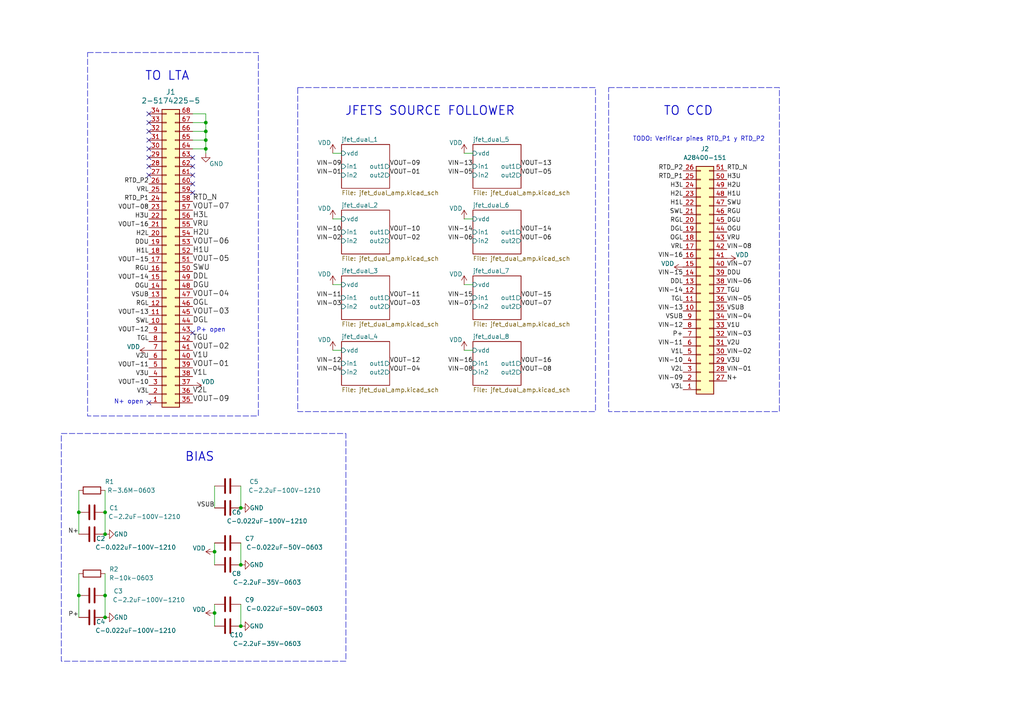
<source format=kicad_sch>
(kicad_sch (version 20250114) (generator "eeschema") (generator_version "9.0")
  (paper "A4")
  (lib_symbols
    (symbol "Device:C" (pin_numbers (hide yes)) (pin_names (offset 0.254))
      (property "Reference" "C" (at 0.635 2.54 0))
      (property "Value" "C" (at 0.635 -2.54 0))
      (symbol "C_0_1"
        (polyline (pts (xy -2.032 0.762) (xy 2.032 0.762)) (stroke (width 0.508)))
        (polyline (pts (xy -2.032 -0.762) (xy 2.032 -0.762)) (stroke (width 0.508)))
      )
      (symbol "C_1_1"
        (pin passive line (at 0 3.81 270) (length 2.794) (name "~") (number "1"))
        (pin passive line (at 0 -3.81 90) (length 2.794) (name "~") (number "2"))
      )
    )
    (symbol "Device:R" (pin_numbers (hide yes)) (pin_names (offset 0))
      (property "Reference" "R" (at 2.032 0 90))
      (property "Value" "R" (at 0 0 90))
      (symbol "R_0_1"
        (rectangle (start -1.016 -2.54) (end 1.016 2.54) (stroke (width 0.254)))
      )
      (symbol "R_1_1"
        (pin passive line (at 0 3.81 270) (length 1.27) (name "~") (number "1"))
        (pin passive line (at 0 -3.81 90) (length 1.27) (name "~") (number "2"))
      )
    )
    (symbol "lib:2-5174225-5" (pin_names (offset 1.016) (hide yes))
      (property "Reference" "J" (at -2.286 5.334 0))
      (property "Value" "2-5174225-5" (at 0.254 2.794 0))
      (symbol "2-5174225-5_1_1"
        (rectangle (start -2.54 0) (end 2.54 -86.36) (stroke (width 0.254)) (fill (type background)))
        (rectangle (start -2.54 -1.143) (end -1.27 -1.397) (stroke (width 0.1524)))
        (rectangle (start -2.54 -3.683) (end -1.27 -3.937) (stroke (width 0.1524)))
        (rectangle (start -2.54 -6.223) (end -1.27 -6.477) (stroke (width 0.1524)))
        (rectangle (start -2.54 -8.763) (end -1.27 -9.017) (stroke (width 0.1524)))
        (rectangle (start -2.54 -11.303) (end -1.27 -11.557) (stroke (width 0.1524)))
        (rectangle (start -2.54 -13.843) (end -1.27 -14.097) (stroke (width 0.1524)))
        (rectangle (start -2.54 -16.383) (end -1.27 -16.637) (stroke (width 0.1524)))
        (rectangle (start -2.54 -18.923) (end -1.27 -19.177) (stroke (width 0.1524)))
        (rectangle (start -2.54 -21.463) (end -1.27 -21.717) (stroke (width 0.1524)))
        (rectangle (start -2.54 -24.003) (end -1.27 -24.257) (stroke (width 0.1524)))
        (rectangle (start -2.54 -26.543) (end -1.27 -26.797) (stroke (width 0.1524)))
        (rectangle (start -2.54 -29.083) (end -1.27 -29.337) (stroke (width 0.1524)))
        (rectangle (start -2.54 -31.623) (end -1.27 -31.877) (stroke (width 0.1524)))
        (rectangle (start -2.54 -34.163) (end -1.27 -34.417) (stroke (width 0.1524)))
        (rectangle (start -2.54 -36.703) (end -1.27 -36.957) (stroke (width 0.1524)))
        (rectangle (start -2.54 -39.243) (end -1.27 -39.497) (stroke (width 0.1524)))
        (rectangle (start -2.54 -41.783) (end -1.27 -42.037) (stroke (width 0.1524)))
        (rectangle (start -2.54 -44.323) (end -1.27 -44.577) (stroke (width 0.1524)))
        (rectangle (start -2.54 -46.863) (end -1.27 -47.117) (stroke (width 0.1524)))
        (rectangle (start -2.54 -49.403) (end -1.27 -49.657) (stroke (width 0.1524)))
        (rectangle (start -2.54 -51.943) (end -1.27 -52.197) (stroke (width 0.1524)))
        (rectangle (start -2.54 -54.483) (end -1.27 -54.737) (stroke (width 0.1524)))
        (rectangle (start -2.54 -57.023) (end -1.27 -57.277) (stroke (width 0.1524)))
        (rectangle (start -2.54 -59.563) (end -1.27 -59.817) (stroke (width 0.1524)))
        (rectangle (start -2.54 -62.103) (end -1.27 -62.357) (stroke (width 0.1524)))
        (rectangle (start -2.54 -64.643) (end -1.27 -64.897) (stroke (width 0.1524)))
        (rectangle (start -2.54 -67.183) (end -1.27 -67.437) (stroke (width 0.1524)))
        (rectangle (start -2.54 -69.723) (end -1.27 -69.977) (stroke (width 0.1524)))
        (rectangle (start -2.54 -72.263) (end -1.27 -72.517) (stroke (width 0.1524)))
        (rectangle (start -2.54 -74.803) (end -1.27 -75.057) (stroke (width 0.1524)))
        (rectangle (start -2.54 -77.343) (end -1.27 -77.597) (stroke (width 0.1524)))
        (rectangle (start -2.54 -79.883) (end -1.27 -80.137) (stroke (width 0.1524)))
        (rectangle (start -2.54 -82.423) (end -1.27 -82.677) (stroke (width 0.1524)))
        (rectangle (start -2.54 -84.963) (end -1.27 -85.217) (stroke (width 0.1524)))
        (rectangle (start 2.54 -1.143) (end 1.27 -1.397) (stroke (width 0.1524)))
        (rectangle (start 2.54 -3.683) (end 1.27 -3.937) (stroke (width 0.1524)))
        (rectangle (start 2.54 -6.223) (end 1.27 -6.477) (stroke (width 0.1524)))
        (rectangle (start 2.54 -8.763) (end 1.27 -9.017) (stroke (width 0.1524)))
        (rectangle (start 2.54 -11.303) (end 1.27 -11.557) (stroke (width 0.1524)))
        (rectangle (start 2.54 -13.843) (end 1.27 -14.097) (stroke (width 0.1524)))
        (rectangle (start 2.54 -16.383) (end 1.27 -16.637) (stroke (width 0.1524)))
        (rectangle (start 2.54 -18.923) (end 1.27 -19.177) (stroke (width 0.1524)))
        (rectangle (start 2.54 -21.463) (end 1.27 -21.717) (stroke (width 0.1524)))
        (rectangle (start 2.54 -24.003) (end 1.27 -24.257) (stroke (width 0.1524)))
        (rectangle (start 2.54 -26.543) (end 1.27 -26.797) (stroke (width 0.1524)))
        (rectangle (start 2.54 -29.083) (end 1.27 -29.337) (stroke (width 0.1524)))
        (rectangle (start 2.54 -31.623) (end 1.27 -31.877) (stroke (width 0.1524)))
        (rectangle (start 2.54 -34.163) (end 1.27 -34.417) (stroke (width 0.1524)))
        (rectangle (start 2.54 -36.703) (end 1.27 -36.957) (stroke (width 0.1524)))
        (rectangle (start 2.54 -39.243) (end 1.27 -39.497) (stroke (width 0.1524)))
        (rectangle (start 2.54 -41.783) (end 1.27 -42.037) (stroke (width 0.1524)))
        (rectangle (start 2.54 -44.323) (end 1.27 -44.577) (stroke (width 0.1524)))
        (rectangle (start 2.54 -46.863) (end 1.27 -47.117) (stroke (width 0.1524)))
        (rectangle (start 2.54 -49.403) (end 1.27 -49.657) (stroke (width 0.1524)))
        (rectangle (start 2.54 -51.943) (end 1.27 -52.197) (stroke (width 0.1524)))
        (rectangle (start 2.54 -54.483) (end 1.27 -54.737) (stroke (width 0.1524)))
        (rectangle (start 2.54 -57.023) (end 1.27 -57.277) (stroke (width 0.1524)))
        (rectangle (start 2.54 -59.563) (end 1.27 -59.817) (stroke (width 0.1524)))
        (rectangle (start 2.54 -62.103) (end 1.27 -62.357) (stroke (width 0.1524)))
        (rectangle (start 2.54 -64.643) (end 1.27 -64.897) (stroke (width 0.1524)))
        (rectangle (start 2.54 -67.183) (end 1.27 -67.437) (stroke (width 0.1524)))
        (rectangle (start 2.54 -69.723) (end 1.27 -69.977) (stroke (width 0.1524)))
        (rectangle (start 2.54 -72.263) (end 1.27 -72.517) (stroke (width 0.1524)))
        (rectangle (start 2.54 -74.803) (end 1.27 -75.057) (stroke (width 0.1524)))
        (rectangle (start 2.54 -77.343) (end 1.27 -77.597) (stroke (width 0.1524)))
        (rectangle (start 2.54 -79.883) (end 1.27 -80.137) (stroke (width 0.1524)))
        (rectangle (start 2.54 -82.423) (end 1.27 -82.677) (stroke (width 0.1524)))
        (rectangle (start 2.54 -84.963) (end 1.27 -85.217) (stroke (width 0.1524)))
        (pin passive line (at -6.35 -1.27 0) (length 3.81) (name "Pin_1") (number "1"))
        (pin passive line (at -6.35 -3.81 0) (length 3.81) (name "Pin_2") (number "2"))
        (pin passive line (at -6.35 -6.35 0) (length 3.81) (name "Pin_3") (number "3"))
        (pin passive line (at -6.35 -8.89 0) (length 3.81) (name "Pin_4") (number "4"))
        (pin passive line (at -6.35 -11.43 0) (length 3.81) (name "Pin_5") (number "5"))
        (pin passive line (at -6.35 -13.97 0) (length 3.81) (name "Pin_6") (number "6"))
        (pin passive line (at -6.35 -16.51 0) (length 3.81) (name "Pin_7") (number "7"))
        (pin passive line (at -6.35 -19.05 0) (length 3.81) (name "Pin_8") (number "8"))
        (pin passive line (at -6.35 -21.59 0) (length 3.81) (name "Pin_9") (number "9"))
        (pin passive line (at -6.35 -24.13 0) (length 3.81) (name "Pin_10") (number "10"))
        (pin passive line (at -6.35 -26.67 0) (length 3.81) (name "Pin_11") (number "11"))
        (pin passive line (at -6.35 -29.21 0) (length 3.81) (name "Pin_12") (number "12"))
        (pin passive line (at -6.35 -31.75 0) (length 3.81) (name "Pin_13") (number "13"))
        (pin passive line (at -6.35 -34.29 0) (length 3.81) (name "Pin_14") (number "14"))
        (pin passive line (at -6.35 -36.83 0) (length 3.81) (name "Pin_15") (number "15"))
        (pin passive line (at -6.35 -39.37 0) (length 3.81) (name "Pin_16") (number "16"))
        (pin passive line (at -6.35 -41.91 0) (length 3.81) (name "Pin_17") (number "17"))
        (pin passive line (at -6.35 -44.45 0) (length 3.81) (name "Pin_18") (number "18"))
        (pin passive line (at -6.35 -46.99 0) (length 3.81) (name "Pin_19") (number "19"))
        (pin passive line (at -6.35 -49.53 0) (length 3.81) (name "Pin_20") (number "20"))
        (pin passive line (at -6.35 -52.07 0) (length 3.81) (name "Pin_21") (number "21"))
        (pin passive line (at -6.35 -54.61 0) (length 3.81) (name "Pin_22") (number "22"))
        (pin passive line (at -6.35 -57.15 0) (length 3.81) (name "Pin_23") (number "23"))
        (pin passive line (at -6.35 -59.69 0) (length 3.81) (name "Pin_24") (number "24"))
        (pin passive line (at -6.35 -62.23 0) (length 3.81) (name "Pin_25") (number "25"))
        (pin passive line (at -6.35 -64.77 0) (length 3.81) (name "Pin_26") (number "26"))
        (pin passive line (at -6.35 -67.31 0) (length 3.81) (name "Pin_27") (number "27"))
        (pin passive line (at -6.35 -69.85 0) (length 3.81) (name "Pin_28") (number "28"))
        (pin passive line (at -6.35 -72.39 0) (length 3.81) (name "Pin_29") (number "29"))
        (pin passive line (at -6.35 -74.93 0) (length 3.81) (name "Pin_30") (number "30"))
        (pin passive line (at -6.35 -77.47 0) (length 3.81) (name "Pin_31") (number "31"))
        (pin passive line (at -6.35 -80.01 0) (length 3.81) (name "Pin_32") (number "32"))
        (pin passive line (at -6.35 -82.55 0) (length 3.81) (name "Pin_33") (number "33"))
        (pin passive line (at -6.35 -85.09 0) (length 3.81) (name "Pin_34") (number "34"))
        (pin passive line (at 6.35 -1.27 180) (length 3.81) (name "Pin_35") (number "35"))
        (pin passive line (at 6.35 -3.81 180) (length 3.81) (name "Pin_36") (number "36"))
        (pin passive line (at 6.35 -6.35 180) (length 3.81) (name "Pin_37") (number "37"))
        (pin passive line (at 6.35 -8.89 180) (length 3.81) (name "Pin_38") (number "38"))
        (pin passive line (at 6.35 -11.43 180) (length 3.81) (name "Pin_39") (number "39"))
        (pin passive line (at 6.35 -13.97 180) (length 3.81) (name "Pin_40") (number "40"))
        (pin passive line (at 6.35 -16.51 180) (length 3.81) (name "Pin_41") (number "41"))
        (pin passive line (at 6.35 -19.05 180) (length 3.81) (name "Pin_42") (number "42"))
        (pin passive line (at 6.35 -21.59 180) (length 3.81) (name "Pin_43") (number "43"))
        (pin passive line (at 6.35 -24.13 180) (length 3.81) (name "Pin_44") (number "44"))
        (pin passive line (at 6.35 -26.67 180) (length 3.81) (name "Pin_45") (number "45"))
        (pin passive line (at 6.35 -29.21 180) (length 3.81) (name "Pin_46") (number "46"))
        (pin passive line (at 6.35 -31.75 180) (length 3.81) (name "Pin_47") (number "47"))
        (pin passive line (at 6.35 -34.29 180) (length 3.81) (name "Pin_48") (number "48"))
        (pin passive line (at 6.35 -36.83 180) (length 3.81) (name "Pin_49") (number "49"))
        (pin passive line (at 6.35 -39.37 180) (length 3.81) (name "Pin_50") (number "50"))
        (pin passive line (at 6.35 -41.91 180) (length 3.81) (name "Pin_51") (number "51"))
        (pin passive line (at 6.35 -44.45 180) (length 3.81) (name "Pin_52") (number "52"))
        (pin passive line (at 6.35 -46.99 180) (length 3.81) (name "Pin_53") (number "53"))
        (pin passive line (at 6.35 -49.53 180) (length 3.81) (name "Pin_54") (number "54"))
        (pin passive line (at 6.35 -52.07 180) (length 3.81) (name "Pin_55") (number "55"))
        (pin passive line (at 6.35 -54.61 180) (length 3.81) (name "Pin_56") (number "56"))
        (pin passive line (at 6.35 -57.15 180) (length 3.81) (name "Pin_57") (number "57"))
        (pin passive line (at 6.35 -59.69 180) (length 3.81) (name "Pin_58") (number "58"))
        (pin passive line (at 6.35 -62.23 180) (length 3.81) (name "Pin_59") (number "59"))
        (pin passive line (at 6.35 -64.77 180) (length 3.81) (name "Pin_60") (number "60"))
        (pin passive line (at 6.35 -67.31 180) (length 3.81) (name "Pin_61") (number "61"))
        (pin passive line (at 6.35 -69.85 180) (length 3.81) (name "Pin_62") (number "62"))
        (pin passive line (at 6.35 -72.39 180) (length 3.81) (name "Pin_63") (number "63"))
        (pin passive line (at 6.35 -74.93 180) (length 3.81) (name "Pin_64") (number "64"))
        (pin passive line (at 6.35 -77.47 180) (length 3.81) (name "Pin_65") (number "65"))
        (pin passive line (at 6.35 -80.01 180) (length 3.81) (name "Pin_66") (number "66"))
        (pin passive line (at 6.35 -82.55 180) (length 3.81) (name "Pin_67") (number "67"))
        (pin passive line (at 6.35 -85.09 180) (length 3.81) (name "Pin_68") (number "68"))
      )
    )
    (symbol "lib:A28400-151" (pin_names (offset 1.016) (hide yes))
      (property "Reference" "J" (at 0 -41.91 0))
      (property "Value" "A28400-151" (at 0 48.26 0))
      (symbol "A28400-151_1_1"
        (rectangle (start -2.54 45.72) (end 2.54 -20.32) (stroke (width 0.254)) (fill (type background)))
        (rectangle (start -2.54 44.323) (end -1.27 44.577) (stroke (width 0.1524)))
        (rectangle (start -2.54 41.783) (end -1.27 42.037) (stroke (width 0.1524)))
        (rectangle (start -2.54 39.243) (end -1.27 39.497) (stroke (width 0.1524)))
        (rectangle (start -2.54 36.703) (end -1.27 36.957) (stroke (width 0.1524)))
        (rectangle (start -2.54 34.163) (end -1.27 34.417) (stroke (width 0.1524)))
        (rectangle (start -2.54 31.623) (end -1.27 31.877) (stroke (width 0.1524)))
        (rectangle (start -2.54 29.083) (end -1.27 29.337) (stroke (width 0.1524)))
        (rectangle (start -2.54 26.543) (end -1.27 26.797) (stroke (width 0.1524)))
        (rectangle (start -2.54 24.003) (end -1.27 24.257) (stroke (width 0.1524)))
        (rectangle (start -2.54 21.463) (end -1.27 21.717) (stroke (width 0.1524)))
        (rectangle (start -2.54 18.923) (end -1.27 19.177) (stroke (width 0.1524)))
        (rectangle (start -2.54 16.383) (end -1.27 16.637) (stroke (width 0.1524)))
        (rectangle (start -2.54 13.843) (end -1.27 14.097) (stroke (width 0.1524)))
        (rectangle (start -2.54 11.303) (end -1.27 11.557) (stroke (width 0.1524)))
        (rectangle (start -2.54 8.763) (end -1.27 9.017) (stroke (width 0.1524)))
        (rectangle (start -2.54 6.223) (end -1.27 6.477) (stroke (width 0.1524)))
        (rectangle (start -2.54 3.683) (end -1.27 3.937) (stroke (width 0.1524)))
        (rectangle (start -2.54 1.143) (end -1.27 1.397) (stroke (width 0.1524)))
        (rectangle (start -2.54 -1.397) (end -1.27 -1.143) (stroke (width 0.1524)))
        (rectangle (start -2.54 -3.937) (end -1.27 -3.683) (stroke (width 0.1524)))
        (rectangle (start -2.54 -6.477) (end -1.27 -6.223) (stroke (width 0.1524)))
        (rectangle (start -2.54 -9.017) (end -1.27 -8.763) (stroke (width 0.1524)))
        (rectangle (start -2.54 -11.557) (end -1.27 -11.303) (stroke (width 0.1524)))
        (rectangle (start -2.54 -14.097) (end -1.27 -13.843) (stroke (width 0.1524)))
        (rectangle (start -2.54 -16.637) (end -1.27 -16.383) (stroke (width 0.1524)))
        (rectangle (start -2.54 -19.177) (end -1.27 -18.923) (stroke (width 0.1524)))
        (rectangle (start 2.54 44.323) (end 1.27 44.577) (stroke (width 0.1524)))
        (rectangle (start 2.54 41.783) (end 1.27 42.037) (stroke (width 0.1524)))
        (rectangle (start 2.54 39.243) (end 1.27 39.497) (stroke (width 0.1524)))
        (rectangle (start 2.54 36.703) (end 1.27 36.957) (stroke (width 0.1524)))
        (rectangle (start 2.54 34.163) (end 1.27 34.417) (stroke (width 0.1524)))
        (rectangle (start 2.54 31.623) (end 1.27 31.877) (stroke (width 0.1524)))
        (rectangle (start 2.54 29.083) (end 1.27 29.337) (stroke (width 0.1524)))
        (rectangle (start 2.54 26.543) (end 1.27 26.797) (stroke (width 0.1524)))
        (rectangle (start 2.54 24.003) (end 1.27 24.257) (stroke (width 0.1524)))
        (rectangle (start 2.54 21.463) (end 1.27 21.717) (stroke (width 0.1524)))
        (rectangle (start 2.54 18.923) (end 1.27 19.177) (stroke (width 0.1524)))
        (rectangle (start 2.54 16.383) (end 1.27 16.637) (stroke (width 0.1524)))
        (rectangle (start 2.54 13.843) (end 1.27 14.097) (stroke (width 0.1524)))
        (rectangle (start 2.54 11.303) (end 1.27 11.557) (stroke (width 0.1524)))
        (rectangle (start 2.54 8.763) (end 1.27 9.017) (stroke (width 0.1524)))
        (rectangle (start 2.54 6.223) (end 1.27 6.477) (stroke (width 0.1524)))
        (rectangle (start 2.54 3.683) (end 1.27 3.937) (stroke (width 0.1524)))
        (rectangle (start 2.54 1.143) (end 1.27 1.397) (stroke (width 0.1524)))
        (rectangle (start 2.54 -1.397) (end 1.27 -1.143) (stroke (width 0.1524)))
        (rectangle (start 2.54 -3.937) (end 1.27 -3.683) (stroke (width 0.1524)))
        (rectangle (start 2.54 -6.477) (end 1.27 -6.223) (stroke (width 0.1524)))
        (rectangle (start 2.54 -9.017) (end 1.27 -8.763) (stroke (width 0.1524)))
        (rectangle (start 2.54 -11.557) (end 1.27 -11.303) (stroke (width 0.1524)))
        (rectangle (start 2.54 -14.097) (end 1.27 -13.843) (stroke (width 0.1524)))
        (rectangle (start 2.54 -16.637) (end 1.27 -16.383) (stroke (width 0.1524)))
        (pin passive line (at -6.35 44.45 0) (length 3.81) (name "Pin_26") (number "26"))
        (pin passive line (at -6.35 41.91 0) (length 3.81) (name "Pin_25") (number "25"))
        (pin passive line (at -6.35 39.37 0) (length 3.81) (name "Pin_24") (number "24"))
        (pin passive line (at -6.35 36.83 0) (length 3.81) (name "Pin_23") (number "23"))
        (pin passive line (at -6.35 34.29 0) (length 3.81) (name "Pin_22") (number "22"))
        (pin passive line (at -6.35 31.75 0) (length 3.81) (name "Pin_21") (number "21"))
        (pin passive line (at -6.35 29.21 0) (length 3.81) (name "Pin_20") (number "20"))
        (pin passive line (at -6.35 26.67 0) (length 3.81) (name "Pin_19") (number "19"))
        (pin passive line (at -6.35 24.13 0) (length 3.81) (name "Pin_18") (number "18"))
        (pin passive line (at -6.35 21.59 0) (length 3.81) (name "Pin_17") (number "17"))
        (pin passive line (at -6.35 19.05 0) (length 3.81) (name "Pin_16") (number "16"))
        (pin passive line (at -6.35 16.51 0) (length 3.81) (name "Pin_15") (number "15"))
        (pin passive line (at -6.35 13.97 0) (length 3.81) (name "Pin_14") (number "14"))
        (pin passive line (at -6.35 11.43 0) (length 3.81) (name "Pin_13") (number "13"))
        (pin passive line (at -6.35 8.89 0) (length 3.81) (name "Pin_12") (number "12"))
        (pin passive line (at -6.35 6.35 0) (length 3.81) (name "Pin_11") (number "11"))
        (pin passive line (at -6.35 3.81 0) (length 3.81) (name "Pin_10") (number "10"))
        (pin passive line (at -6.35 1.27 0) (length 3.81) (name "Pin_9") (number "9"))
        (pin passive line (at -6.35 -1.27 0) (length 3.81) (name "Pin_8") (number "8"))
        (pin passive line (at -6.35 -3.81 0) (length 3.81) (name "Pin_7") (number "7"))
        (pin passive line (at -6.35 -6.35 0) (length 3.81) (name "Pin_6") (number "6"))
        (pin passive line (at -6.35 -8.89 0) (length 3.81) (name "Pin_5") (number "5"))
        (pin passive line (at -6.35 -11.43 0) (length 3.81) (name "Pin_4") (number "4"))
        (pin passive line (at -6.35 -13.97 0) (length 3.81) (name "Pin_3") (number "3"))
        (pin passive line (at -6.35 -16.51 0) (length 3.81) (name "Pin_2") (number "2"))
        (pin passive line (at -6.35 -19.05 0) (length 3.81) (name "Pin_1") (number "1"))
        (pin passive line (at 6.35 44.45 180) (length 3.81) (name "Pin_51") (number "51"))
        (pin passive line (at 6.35 41.91 180) (length 3.81) (name "Pin_50") (number "50"))
        (pin passive line (at 6.35 39.37 180) (length 3.81) (name "Pin_49") (number "49"))
        (pin passive line (at 6.35 36.83 180) (length 3.81) (name "Pin_48") (number "48"))
        (pin passive line (at 6.35 34.29 180) (length 3.81) (name "Pin_47") (number "47"))
        (pin passive line (at 6.35 31.75 180) (length 3.81) (name "Pin_46") (number "46"))
        (pin passive line (at 6.35 29.21 180) (length 3.81) (name "Pin_45") (number "45"))
        (pin passive line (at 6.35 26.67 180) (length 3.81) (name "Pin_44") (number "44"))
        (pin passive line (at 6.35 24.13 180) (length 3.81) (name "Pin_43") (number "43"))
        (pin passive line (at 6.35 21.59 180) (length 3.81) (name "Pin_42") (number "42"))
        (pin passive line (at 6.35 19.05 180) (length 3.81) (name "Pin_41") (number "41"))
        (pin passive line (at 6.35 16.51 180) (length 3.81) (name "Pin_40") (number "40"))
        (pin passive line (at 6.35 13.97 180) (length 3.81) (name "Pin_39") (number "39"))
        (pin passive line (at 6.35 11.43 180) (length 3.81) (name "Pin_38") (number "38"))
        (pin passive line (at 6.35 8.89 180) (length 3.81) (name "Pin_37") (number "37"))
        (pin passive line (at 6.35 6.35 180) (length 3.81) (name "Pin_36") (number "36"))
        (pin passive line (at 6.35 3.81 180) (length 3.81) (name "Pin_35") (number "35"))
        (pin passive line (at 6.35 1.27 180) (length 3.81) (name "Pin_34") (number "34"))
        (pin passive line (at 6.35 -1.27 180) (length 3.81) (name "Pin_33") (number "33"))
        (pin passive line (at 6.35 -3.81 180) (length 3.81) (name "Pin_32") (number "32"))
        (pin passive line (at 6.35 -6.35 180) (length 3.81) (name "Pin_31") (number "31"))
        (pin passive line (at 6.35 -8.89 180) (length 3.81) (name "Pin_30") (number "30"))
        (pin passive line (at 6.35 -11.43 180) (length 3.81) (name "Pin_29") (number "29"))
        (pin passive line (at 6.35 -13.97 180) (length 3.81) (name "Pin_28") (number "28"))
        (pin passive line (at 6.35 -16.51 180) (length 3.81) (name "Pin_27") (number "27"))
      )
    )
    (symbol "power:GND" (power) (pin_numbers (hide yes)) (pin_names (offset 0) (hide yes))
      (property "Value" "GND" (at 0 -3.81 0))
      (symbol "GND_0_1"
        (polyline (pts (xy 0 0) (xy 0 -1.27) (xy 1.27 -1.27) (xy 0 -2.54) (xy -1.27 -1.27) (xy 0 -1.27)))
      )
      (symbol "GND_1_1"
        (pin power_in line (at 0 0 270) (length 0) (name "~") (number "1"))
      )
    )
    (symbol "power:VDD" (power) (pin_numbers (hide yes)) (pin_names (offset 0) (hide yes))
      (property "Value" "VDD" (at 0 3.556 0))
      (symbol "VDD_0_1"
        (polyline (pts (xy -0.762 1.27) (xy 0 2.54)))
        (polyline (pts (xy 0 2.54) (xy 0.762 1.27)))
        (polyline (pts (xy 0 0) (xy 0 2.54)))
      )
      (symbol "VDD_1_1"
        (pin power_in line (at 0 0 90) (length 0) (name "~") (number "1"))
      )
    )
  )
  (rectangle (start 176.53 25.4) (end 226.06 119.38) (stroke (width 0) (type dash)))
  (rectangle (start 17.78 125.73) (end 100.33 191.77) (stroke (width 0) (type dash)))
  (rectangle (start 25.4 15.24) (end 74.93 120.65) (stroke (width 0) (type dash)))
  (rectangle (start 86.36 25.4) (end 172.72 119.38) (stroke (width 0) (type dash)))
  (text "BIAS" (at 57.912 132.588 0) (effects (font (size 2.54 2.54) (thickness 0.254) (bold yes))))
  (text "TO LTA" (at 48.514 22.098 0) (effects (font (size 2.54 2.54) (thickness 0.254) (bold yes))))
  (text "N+ open" (at 37.338 116.586 0) (effects (font (size 1.27 1.27))))
  (text "P+ open" (at 61.214 95.758 0) (effects (font (size 1.27 1.27))))
  (text "TO CCD" (at 199.644 32.258 0) (effects (font (size 2.54 2.54) (thickness 0.254) (bold yes))))
  (text "JFETS SOURCE FOLLOWER" (at 124.714 32.258 0) (effects (font (size 2.54 2.54) (thickness 0.254) (bold yes))))
  (text "TODO: Verificar pines RTD_P1 y RTD_P2" (at 202.692 40.386 0) (effects (font (size 1.27 1.27))))
  (junction (at 30.48 154.94))
  (junction (at 69.85 163.83))
  (junction (at 30.48 148.59))
  (junction (at 59.69 38.1))
  (junction (at 30.48 172.72))
  (junction (at 22.86 148.59))
  (junction (at 59.69 40.64))
  (junction (at 69.85 181.61))
  (junction (at 59.69 35.56))
  (junction (at 30.48 179.07))
  (junction (at 62.23 177.8))
  (junction (at 69.85 147.32))
  (junction (at 62.23 160.02))
  (junction (at 59.69 43.18))
  (junction (at 22.86 172.72))
  (no_connect (at 43.18 38.1))
  (no_connect (at 55.88 45.72))
  (no_connect (at 43.18 33.02))
  (no_connect (at 55.88 96.52))
  (no_connect (at 43.18 43.18))
  (no_connect (at 55.88 53.34))
  (no_connect (at 55.88 48.26))
  (no_connect (at 43.18 40.64))
  (no_connect (at 43.18 50.8))
  (no_connect (at 43.18 35.56))
  (no_connect (at 55.88 55.88))
  (no_connect (at 43.18 48.26))
  (no_connect (at 55.88 50.8))
  (no_connect (at 43.18 45.72))
  (no_connect (at 43.18 116.84))
  (wire (pts (xy 55.88 40.64) (xy 59.69 40.64)))
  (wire (pts (xy 69.85 157.48) (xy 69.85 163.83)))
  (wire (pts (xy 55.88 33.02) (xy 59.69 33.02)))
  (wire (pts (xy 22.86 172.72) (xy 22.86 179.07)))
  (wire (pts (xy 134.62 63.5) (xy 137.16 63.5)))
  (wire (pts (xy 59.69 35.56) (xy 59.69 38.1)))
  (wire (pts (xy 55.88 38.1) (xy 59.69 38.1)))
  (wire (pts (xy 96.52 82.55) (xy 99.06 82.55)))
  (wire (pts (xy 62.23 177.8) (xy 62.23 181.61)))
  (wire (pts (xy 22.86 166.37) (xy 22.86 172.72)))
  (wire (pts (xy 62.23 160.02) (xy 62.23 163.83)))
  (wire (pts (xy 55.88 35.56) (xy 59.69 35.56)))
  (wire (pts (xy 134.62 44.45) (xy 137.16 44.45)))
  (wire (pts (xy 55.88 43.18) (xy 59.69 43.18)))
  (wire (pts (xy 96.52 101.6) (xy 99.06 101.6)))
  (wire (pts (xy 30.48 148.59) (xy 30.48 154.94)))
  (wire (pts (xy 134.62 101.6) (xy 137.16 101.6)))
  (wire (pts (xy 59.69 43.18) (xy 59.69 40.64)))
  (wire (pts (xy 30.48 166.37) (xy 30.48 172.72)))
  (wire (pts (xy 134.62 82.55) (xy 137.16 82.55)))
  (wire (pts (xy 62.23 157.48) (xy 62.23 160.02)))
  (wire (pts (xy 30.48 172.72) (xy 30.48 179.07)))
  (wire (pts (xy 22.86 142.24) (xy 22.86 148.59)))
  (wire (pts (xy 96.52 44.45) (xy 99.06 44.45)))
  (wire (pts (xy 69.85 140.97) (xy 69.85 147.32)))
  (wire (pts (xy 59.69 44.45) (xy 59.69 43.18)))
  (wire (pts (xy 59.69 33.02) (xy 59.69 35.56)))
  (wire (pts (xy 59.69 38.1) (xy 59.69 40.64)))
  (wire (pts (xy 96.52 63.5) (xy 99.06 63.5)))
  (wire (pts (xy 22.86 148.59) (xy 22.86 154.94)))
  (wire (pts (xy 69.85 175.26) (xy 69.85 181.61)))
  (wire (pts (xy 62.23 140.97) (xy 62.23 147.32)))
  (wire (pts (xy 30.48 142.24) (xy 30.48 148.59)))
  (wire (pts (xy 62.23 175.26) (xy 62.23 177.8)))
  (label "VOUT-16" (at 151.13 105.41 0))
  (label "VIN-05" (at 210.82 87.63 0))
  (label "VIN-15" (at 198.12 80.01 180))
  (label "H3L" (at 198.12 54.61 180))
  (label "RTD_P2" (at 43.18 53.34 180))
  (label "VOUT-05" (at 151.13 50.8 0))
  (label "VOUT-10" (at 43.18 111.76 180))
  (label "VIN-07" (at 210.82 77.47 0))
  (label "H1L" (at 43.18 73.66 180))
  (label "RGU" (at 210.82 62.23 0))
  (label "VRL" (at 43.18 55.88 180))
  (label "VOUT-13" (at 151.13 48.26 0))
  (label "VOUT-09" (at 113.03 48.26 0))
  (label "VOUT-15" (at 151.13 86.36 0))
  (label "DGL" (at 198.12 67.31 180))
  (label "VIN-11" (at 198.12 100.33 180))
  (label "VOUT-06" (at 55.88 71.12 0) (effects (font (size 1.524 1.524))))
  (label "H2L" (at 198.12 57.15 180))
  (label "SWL" (at 198.12 62.23 180))
  (label "VIN-05" (at 137.16 50.8 180))
  (label "N+" (at 22.86 154.94 180))
  (label "VIN-08" (at 210.82 72.39 0))
  (label "VIN-06" (at 137.16 69.85 180))
  (label "VOUT-15" (at 43.18 76.2 180))
  (label "V1L" (at 198.12 102.87 180))
  (label "TGU" (at 55.88 99.06 0) (effects (font (size 1.524 1.524))))
  (label "VIN-09" (at 198.12 110.49 180))
  (label "V2L" (at 198.12 107.95 180))
  (label "VOUT-07" (at 151.13 88.9 0))
  (label "V1L" (at 55.88 109.22 0) (effects (font (size 1.524 1.524))))
  (label "H3U" (at 210.82 52.07 0))
  (label "H3U" (at 43.18 63.5 180))
  (label "DGU" (at 210.82 64.77 0))
  (label "DDU" (at 43.18 71.12 180))
  (label "VRU" (at 210.82 69.85 0))
  (label "V2U" (at 43.18 104.14 180))
  (label "VIN-13" (at 137.16 48.26 180))
  (label "VIN-14" (at 137.16 67.31 180))
  (label "VOUT-13" (at 43.18 91.44 180))
  (label "VIN-11" (at 99.06 86.36 180))
  (label "VOUT-07" (at 55.88 60.96 0) (effects (font (size 1.524 1.524))))
  (label "VRU" (at 55.88 66.04 0) (effects (font (size 1.524 1.524))))
  (label "H1L" (at 198.12 59.69 180))
  (label "RGL" (at 198.12 64.77 180))
  (label "H3L" (at 55.88 63.5 0) (effects (font (size 1.524 1.524))))
  (label "VOUT-02" (at 55.88 101.6 0) (effects (font (size 1.524 1.524))))
  (label "VIN-03" (at 99.06 88.9 180))
  (label "VOUT-04" (at 55.88 86.36 0) (effects (font (size 1.524 1.524))))
  (label "P+" (at 22.86 179.07 180))
  (label "RTD_P1" (at 198.12 52.07 180))
  (label "VOUT-12" (at 43.18 96.52 180))
  (label "V3L" (at 43.18 114.3 180))
  (label "V1U" (at 55.88 104.14 0) (effects (font (size 1.524 1.524))))
  (label "VOUT-16" (at 43.18 66.04 180))
  (label "VOUT-02" (at 113.03 69.85 0))
  (label "VIN-12" (at 99.06 105.41 180))
  (label "H2U" (at 210.82 54.61 0))
  (label "VIN-10" (at 99.06 67.31 180))
  (label "VOUT-01" (at 113.03 50.8 0))
  (label "VIN-12" (at 198.12 95.25 180))
  (label "DDL" (at 198.12 82.55 180))
  (label "SWU" (at 55.88 78.74 0) (effects (font (size 1.524 1.524))))
  (label "VOUT-09" (at 55.88 116.84 0) (effects (font (size 1.524 1.524))))
  (label "VIN-02" (at 99.06 69.85 180))
  (label "VIN-10" (at 198.12 105.41 180))
  (label "VOUT-08" (at 43.18 60.96 180))
  (label "VIN-16" (at 198.12 74.93 180))
  (label "VIN-09" (at 99.06 48.26 180))
  (label "VIN-07" (at 137.16 88.9 180))
  (label "SWU" (at 210.82 59.69 0))
  (label "OGL" (at 55.88 88.9 0) (effects (font (size 1.524 1.524))))
  (label "VSUB" (at 198.12 92.71 180))
  (label "DDU" (at 210.82 80.01 0))
  (label "VOUT-03" (at 113.03 88.9 0))
  (label "P+" (at 198.12 97.79 180))
  (label "V3U" (at 43.18 109.22 180))
  (label "VRL" (at 198.12 72.39 180))
  (label "VOUT-03" (at 55.88 91.44 0) (effects (font (size 1.524 1.524))))
  (label "V2L" (at 55.88 114.3 0) (effects (font (size 1.524 1.524))))
  (label "RTD_N" (at 210.82 49.53 0))
  (label "VOUT-05" (at 55.88 76.2 0) (effects (font (size 1.524 1.524))))
  (label "VIN-01" (at 99.06 50.8 180))
  (label "VOUT-12" (at 113.03 105.41 0))
  (label "DGU" (at 55.88 83.82 0) (effects (font (size 1.524 1.524))))
  (label "VSUB" (at 43.18 86.36 180))
  (label "DGL" (at 55.88 93.98 0) (effects (font (size 1.524 1.524))))
  (label "VIN-02" (at 210.82 102.87 0))
  (label "VIN-14" (at 198.12 85.09 180))
  (label "VOUT-11" (at 113.03 86.36 0))
  (label "SWL" (at 43.18 93.98 180))
  (label "V3U" (at 210.82 105.41 0))
  (label "VSUB" (at 62.23 147.32 180))
  (label "VIN-06" (at 210.82 82.55 0))
  (label "RGU" (at 43.18 78.74 180))
  (label "TGU" (at 210.82 85.09 0))
  (label "VIN-03" (at 210.82 97.79 0))
  (label "DDL" (at 55.88 81.28 0) (effects (font (size 1.524 1.524))))
  (label "H1U" (at 55.88 73.66 0) (effects (font (size 1.524 1.524))))
  (label "VOUT-14" (at 151.13 67.31 0))
  (label "VIN-08" (at 137.16 107.95 180))
  (label "VOUT-04" (at 113.03 107.95 0))
  (label "VOUT-08" (at 151.13 107.95 0))
  (label "VIN-04" (at 210.82 92.71 0))
  (label "VOUT-10" (at 113.03 67.31 0))
  (label "V1U" (at 210.82 95.25 0))
  (label "RGL" (at 43.18 88.9 180))
  (label "VIN-15" (at 137.16 86.36 180))
  (label "VIN-16" (at 137.16 105.41 180))
  (label "VIN-01" (at 210.82 107.95 0))
  (label "VOUT-06" (at 151.13 69.85 0))
  (label "H2L" (at 43.18 68.58 180))
  (label "V3L" (at 198.12 113.03 180))
  (label "VIN-13" (at 198.12 90.17 180))
  (label "VOUT-01" (at 55.88 106.68 0) (effects (font (size 1.524 1.524))))
  (label "H2U" (at 55.88 68.58 0) (effects (font (size 1.524 1.524))))
  (label "TGL" (at 198.12 87.63 180))
  (label "VSUB" (at 210.82 90.17 0))
  (label "H1U" (at 210.82 57.15 0))
  (label "N+" (at 210.82 110.49 0))
  (label "RTD_N" (at 55.88 58.42 0) (effects (font (size 1.524 1.524))))
  (label "OGU" (at 210.82 67.31 0))
  (label "VOUT-11" (at 43.18 106.68 180))
  (label "VOUT-14" (at 43.18 81.28 180))
  (label "V2U" (at 210.82 100.33 0))
  (label "OGL" (at 198.12 69.85 180))
  (label "RTD_P1" (at 43.18 58.42 180))
  (label "TGL" (at 43.18 99.06 180))
  (label "RTD_P2" (at 198.12 49.53 180))
  (label "VIN-04" (at 99.06 107.95 180))
  (label "OGU" (at 43.18 83.82 180))
  (symbol (lib_id "power:VDD") (at 55.88 111.76 270) (mirror x) (unit 1)
    (property "Reference" "#PWR04" (effects (hide yes)))
    (property "Value" "VDD" (at 58.42 110.744 90) (effects (justify left)))
    (property "Description" "Power symbol creates a global label with name \"VDD\"" (effects (hide yes)))
  )
  (symbol (lib_id "power:VDD") (at 134.62 63.5 0) (unit 1)
    (property "Reference" "#PWR016" (effects (hide yes)))
    (property "Value" "VDD" (at 130.302 60.452 0) (effects (justify left)))
    (property "Description" "Power symbol creates a global label with name \"VDD\"" (effects (hide yes)))
  )
  (symbol (lib_id "power:GND") (at 30.48 154.94 90) (unit 1)
    (property "Reference" "#PWR01" (effects (hide yes)))
    (property "Value" "GND" (at 33.02 154.94 90) (effects (justify right)))
    (property "Description" "Power symbol creates a global label with name \"GND\" , ground" (effects (hide yes)))
  )
  (symbol (lib_id "power:GND") (at 30.48 179.07 90) (unit 1)
    (property "Reference" "#PWR02" (effects (hide yes)))
    (property "Value" "GND" (at 33.02 179.07 90) (effects (justify right)))
    (property "Description" "Power symbol creates a global label with name \"GND\" , ground" (effects (hide yes)))
  )
  (symbol (lib_id "Device:C") (at 66.04 163.83 270) (unit 1)
    (property "Reference" "C8" (at 68.58 166.37 90))
    (property "Value" "C-2.2uF-35V-0603" (at 77.47 168.91 90))
    (property "Footprint" "Capacitor_SMD:C_0603_1608Metric" (effects (hide yes)))
    (property "Description" "Unpolarized capacitor" (effects (hide yes)))
    (property "Digikey" "490-10486-6-ND" (effects (hide yes)))
    (property "Manufacturer#" "GRM188R6YA225MA12D" (effects (hide yes)))
    (property "Manufacturer" "Murata Electronics" (effects (hide yes)))
  )
  (symbol (lib_id "Device:C") (at 26.67 172.72 270) (unit 1)
    (property "Reference" "C3" (at 34.29 171.45 90))
    (property "Value" "C-2.2uF-100V-1210" (at 43.18 173.99 90))
    (property "Footprint" "Capacitor_SMD:C_1210_3225Metric" (effects (hide yes)))
    (property "Description" "Unpolarized capacitor" (effects (hide yes)))
    (property "Digikey" "399-13375-2-ND" (effects (hide yes)))
    (property "Manufacturer#" "C1210C225K1RACAUTO" (effects (hide yes)))
    (property "Manufacturer" "KEMET" (effects (hide yes)))
  )
  (symbol (lib_id "Device:C") (at 66.04 147.32 270) (unit 1)
    (property "Reference" "C6" (at 68.58 148.59 90))
    (property "Value" "C-0.022uF-100V-1210" (at 77.47 151.13 90))
    (property "Footprint" "Capacitor_SMD:C_1210_3225Metric" (effects (hide yes)))
    (property "Description" "Unpolarized capacitor" (effects (hide yes)))
    (property "Digikey" "445-2347-1-ND" (effects (hide yes)))
    (property "Manufacturer#" "C3225C0G2A223J160AA" (effects (hide yes)))
    (property "Manufacturer" "TDK Corporation" (effects (hide yes)))
  )
  (symbol (lib_id "power:VDD") (at 43.18 101.6 90) (unit 1)
    (property "Reference" "#PWR03" (effects (hide yes)))
    (property "Value" "VDD" (at 40.64 100.584 90) (effects (justify left)))
    (property "Description" "Power symbol creates a global label with name \"VDD\"" (effects (hide yes)))
  )
  (symbol (lib_id "Device:C") (at 66.04 140.97 270) (unit 1)
    (property "Reference" "C5" (at 73.66 139.7 90))
    (property "Value" "C-2.2uF-100V-1210" (at 82.55 142.24 90))
    (property "Footprint" "Capacitor_SMD:C_1210_3225Metric" (effects (hide yes)))
    (property "Description" "Unpolarized capacitor" (effects (hide yes)))
    (property "Digikey" "399-13375-2-ND" (effects (hide yes)))
    (property "Manufacturer#" "C1210C225K1RACAUTO" (effects (hide yes)))
    (property "Manufacturer" "KEMET" (effects (hide yes)))
  )
  (symbol (lib_id "power:GND") (at 69.85 181.61 90) (unit 1)
    (property "Reference" "#PWR010" (effects (hide yes)))
    (property "Value" "GND" (at 72.39 181.61 90) (effects (justify right)))
    (property "Description" "Power symbol creates a global label with name \"GND\" , ground" (effects (hide yes)))
  )
  (symbol (lib_id "power:VDD") (at 134.62 44.45 0) (unit 1)
    (property "Reference" "#PWR015" (effects (hide yes)))
    (property "Value" "VDD" (at 130.302 41.402 0) (effects (justify left)))
    (property "Description" "Power symbol creates a global label with name \"VDD\"" (effects (hide yes)))
  )
  (symbol (lib_id "lib:A28400-151") (at 204.47 93.98 0) (unit 1)
    (property "Reference" "J2" (at 204.47 43.18 0))
    (property "Value" "A28400-151" (at 204.47 45.72 0))
    (property "Footprint" "footprints:A28400-151" (effects (hide yes)))
    (property "Datasheet" "https://www.omnetics.com/products/bi-lobe-nano-d/dual-row-bi-lobe-nano-d#Thru-HoleHorizontalH4" (effects (hide yes)))
    (property "Manufacturer" "Omnetics" (effects (hide yes)))
    (property "Manufacturer#" "A28400-151" (effects (hide yes)))
  )
  (symbol (lib_id "power:VDD") (at 62.23 160.02 90) (unit 1)
    (property "Reference" "#PWR06" (effects (hide yes)))
    (property "Value" "VDD" (at 59.69 159.004 90) (effects (justify left)))
    (property "Description" "Power symbol creates a global label with name \"VDD\"" (effects (hide yes)))
  )
  (symbol (lib_id "power:GND") (at 69.85 163.83 90) (unit 1)
    (property "Reference" "#PWR09" (effects (hide yes)))
    (property "Value" "GND" (at 72.39 163.83 90) (effects (justify right)))
    (property "Description" "Power symbol creates a global label with name \"GND\" , ground" (effects (hide yes)))
  )
  (symbol (lib_id "power:VDD") (at 96.52 63.5 0) (unit 1)
    (property "Reference" "#PWR012" (effects (hide yes)))
    (property "Value" "VDD" (at 92.202 60.452 0) (effects (justify left)))
    (property "Description" "Power symbol creates a global label with name \"VDD\"" (effects (hide yes)))
  )
  (symbol (lib_id "power:VDD") (at 198.12 77.47 90) (unit 1)
    (property "Reference" "#PWR019" (effects (hide yes)))
    (property "Value" "VDD" (at 195.58 76.454 90) (effects (justify left)))
    (property "Description" "Power symbol creates a global label with name \"VDD\"" (effects (hide yes)))
  )
  (symbol (lib_id "power:VDD") (at 96.52 82.55 0) (unit 1)
    (property "Reference" "#PWR013" (effects (hide yes)))
    (property "Value" "VDD" (at 92.202 79.502 0) (effects (justify left)))
    (property "Description" "Power symbol creates a global label with name \"VDD\"" (effects (hide yes)))
  )
  (symbol (lib_id "power:GND") (at 59.69 44.45 0) (unit 1)
    (property "Reference" "#PWR05" (effects (hide yes)))
    (property "Value" "GND" (at 62.738 47.498 0))
    (property "Description" "Power symbol creates a global label with name \"GND\" , ground" (effects (hide yes)))
  )
  (symbol (lib_id "power:VDD") (at 210.82 74.93 270) (mirror x) (unit 1)
    (property "Reference" "#PWR020" (effects (hide yes)))
    (property "Value" "VDD" (at 213.36 73.914 90) (effects (justify left)))
    (property "Description" "Power symbol creates a global label with name \"VDD\"" (effects (hide yes)))
  )
  (symbol (lib_id "Device:C") (at 66.04 181.61 270) (unit 1)
    (property "Reference" "C10" (at 68.58 184.15 90))
    (property "Value" "C-2.2uF-35V-0603" (at 77.47 186.69 90))
    (property "Footprint" "Capacitor_SMD:C_0603_1608Metric" (effects (hide yes)))
    (property "Description" "Unpolarized capacitor" (effects (hide yes)))
    (property "Digikey" "490-10486-6-ND" (effects (hide yes)))
    (property "Manufacturer#" "GRM188R6YA225MA12D" (effects (hide yes)))
    (property "Manufacturer" "Murata Electronics" (effects (hide yes)))
  )
  (symbol (lib_id "Device:C") (at 66.04 157.48 270) (unit 1)
    (property "Reference" "C7" (at 72.39 156.21 90))
    (property "Value" "C-0.022uF-50V-0603" (at 82.55 158.75 90))
    (property "Footprint" "Capacitor_SMD:C_0603_1608Metric" (effects (hide yes)))
    (property "Description" "Unpolarized capacitor" (effects (hide yes)))
    (property "Digikey" "399-C0603C223J5RAC7867CT-ND" (effects (hide yes)))
    (property "Manufacturer#" "C0603C223J5RAC7867" (effects (hide yes)))
    (property "Manufacturer" "KEMET" (effects (hide yes)))
  )
  (symbol (lib_id "power:VDD") (at 96.52 101.6 0) (unit 1)
    (property "Reference" "#PWR014" (effects (hide yes)))
    (property "Value" "VDD" (at 92.202 98.552 0) (effects (justify left)))
    (property "Description" "Power symbol creates a global label with name \"VDD\"" (effects (hide yes)))
  )
  (symbol (lib_id "Device:C") (at 26.67 179.07 270) (unit 1)
    (property "Reference" "C4" (at 29.21 180.34 90))
    (property "Value" "C-0.022uF-100V-1210" (at 39.37 182.88 90))
    (property "Footprint" "Capacitor_SMD:C_1210_3225Metric" (effects (hide yes)))
    (property "Description" "Unpolarized capacitor" (effects (hide yes)))
    (property "Digikey" "445-2347-1-ND" (effects (hide yes)))
    (property "Manufacturer#" "C3225C0G2A223J160AA" (effects (hide yes)))
    (property "Manufacturer" "TDK Corporation" (effects (hide yes)))
  )
  (symbol (lib_id "Device:C") (at 66.04 175.26 270) (unit 1)
    (property "Reference" "C9" (at 72.39 173.99 90))
    (property "Value" "C-0.022uF-50V-0603" (at 82.55 176.53 90))
    (property "Footprint" "Capacitor_SMD:C_0603_1608Metric" (effects (hide yes)))
    (property "Description" "Unpolarized capacitor" (effects (hide yes)))
    (property "Digikey" "399-C0603C223J5RAC7867CT-ND" (effects (hide yes)))
    (property "Manufacturer#" "C0603C223J5RAC7867" (effects (hide yes)))
    (property "Manufacturer" "KEMET" (effects (hide yes)))
  )
  (symbol (lib_id "lib:2-5174225-5") (at 49.53 118.11 0) (mirror x) (unit 1)
    (property "Reference" "J1" (at 49.53 26.67 0) (effects (font (size 1.524 1.524))))
    (property "Value" "2-5174225-5" (at 49.53 29.21 0) (effects (font (size 1.524 1.524))))
    (property "Footprint" "footprints:2-5174225-5" (effects (hide yes)))
    (property "Description" "Plug, Cable-to-Board, 68 Position, 1.27 mm [.05 in] Centerline, 2 Row, Square, Standard Profile, AMPLIMITE 0.50 Series, PCB D-Sub Connectors" (effects (hide yes)))
    (property "Digikey" "A33476-ND" (effects (hide yes)))
    (property "Manufacturer#" "2-5174225-5" (effects (hide yes)))
    (property "Manufacturer" "TE Connectivity AMP Connectors" (effects (hide yes)))
  )
  (symbol (lib_id "power:VDD") (at 62.23 177.8 90) (unit 1)
    (property "Reference" "#PWR07" (effects (hide yes)))
    (property "Value" "VDD" (at 59.69 176.784 90) (effects (justify left)))
    (property "Description" "Power symbol creates a global label with name \"VDD\"" (effects (hide yes)))
  )
  (symbol (lib_id "Device:C") (at 26.67 148.59 270) (unit 1)
    (property "Reference" "C1" (at 33.02 147.32 90))
    (property "Value" "C-2.2uF-100V-1210" (at 41.91 149.86 90))
    (property "Footprint" "Capacitor_SMD:C_1210_3225Metric" (effects (hide yes)))
    (property "Description" "Unpolarized capacitor" (effects (hide yes)))
    (property "Digikey" "399-13375-2-ND" (effects (hide yes)))
    (property "Manufacturer#" "C1210C225K1RACAUTO" (effects (hide yes)))
    (property "Manufacturer" "KEMET" (effects (hide yes)))
  )
  (symbol (lib_id "power:VDD") (at 134.62 82.55 0) (unit 1)
    (property "Reference" "#PWR017" (effects (hide yes)))
    (property "Value" "VDD" (at 130.302 79.502 0) (effects (justify left)))
    (property "Description" "Power symbol creates a global label with name \"VDD\"" (effects (hide yes)))
  )
  (symbol (lib_id "Device:R") (at 26.67 142.24 270) (unit 1)
    (property "Reference" "R1" (at 31.75 139.7 90))
    (property "Value" "R-3.6M-0603" (at 38.1 142.24 90))
    (property "Footprint" "Resistor_SMD:R_0603_1608Metric" (effects (hide yes)))
    (property "Description" "Resistor" (effects (hide yes)))
    (property "Digikey" "P3.6MGCT-ND" (effects (hide yes)))
    (property "Manufacturer#" "ERJ-3GEYJ365V" (effects (hide yes)))
    (property "Manufacturer" "Panasonic Electronic Components" (effects (hide yes)))
  )
  (symbol (lib_id "Device:R") (at 26.67 166.37 270) (unit 1)
    (property "Reference" "R2" (at 33.02 165.1 90))
    (property "Value" "R-10k-0603" (at 38.1 167.64 90))
    (property "Footprint" "Resistor_SMD:R_0603_1608Metric" (effects (hide yes)))
    (property "Description" "Resistor" (effects (hide yes)))
    (property "Digikey" "YAG1236CT-ND" (effects (hide yes)))
    (property "Manufacturer#" "RT0603BRD0710KL" (effects (hide yes)))
    (property "Manufacturer" "Yageo" (effects (hide yes)))
  )
  (symbol (lib_id "Device:C") (at 26.67 154.94 270) (unit 1)
    (property "Reference" "C2" (at 29.21 156.21 90))
    (property "Value" "C-0.022uF-100V-1210" (at 39.37 158.75 90))
    (property "Footprint" "Capacitor_SMD:C_1210_3225Metric" (effects (hide yes)))
    (property "Description" "Unpolarized capacitor" (effects (hide yes)))
    (property "Digikey" "445-2347-1-ND" (effects (hide yes)))
    (property "Manufacturer#" "C3225C0G2A223J160AA" (effects (hide yes)))
    (property "Manufacturer" "TDK Corporation" (effects (hide yes)))
  )
  (symbol (lib_id "power:VDD") (at 134.62 101.6 0) (unit 1)
    (property "Reference" "#PWR018" (effects (hide yes)))
    (property "Value" "VDD" (at 130.302 98.552 0) (effects (justify left)))
    (property "Description" "Power symbol creates a global label with name \"VDD\"" (effects (hide yes)))
  )
  (symbol (lib_id "power:GND") (at 69.85 147.32 90) (unit 1)
    (property "Reference" "#PWR08" (effects (hide yes)))
    (property "Value" "GND" (at 72.39 147.32 90) (effects (justify right)))
    (property "Description" "Power symbol creates a global label with name \"GND\" , ground" (effects (hide yes)))
  )
  (symbol (lib_id "power:VDD") (at 96.52 44.45 0) (unit 1)
    (property "Reference" "#PWR011" (effects (hide yes)))
    (property "Value" "VDD" (at 92.202 41.402 0) (effects (justify left)))
    (property "Description" "Power symbol creates a global label with name \"VDD\"" (effects (hide yes)))
  )
  (sheet (at 137.16 60.96) (size 13.97 12.7) (stroke (width 0.1524))
    (property "Sheetname" "jfet_dual_6" (at 137.16 60.2484 0) (effects (justify left bottom)))
    (property "Sheetfile" "jfet_dual_amp.kicad_sch" (at 137.16 74.2446 0) (effects (justify left top)))
    (pin "vdd" input (at 137.16 63.5 180))
    (pin "out1" output (at 151.13 67.31 0))
    (pin "in1" input (at 137.16 67.31 180))
    (pin "in2" input (at 137.16 69.85 180))
    (pin "out2" output (at 151.13 69.85 0))
  )
  (sheet (at 99.06 41.91) (size 13.97 12.7) (stroke (width 0.1524))
    (property "Sheetname" "jfet_dual_1" (at 99.06 41.1984 0) (effects (justify left bottom)))
    (property "Sheetfile" "jfet_dual_amp.kicad_sch" (at 99.06 55.1946 0) (effects (justify left top)))
    (pin "vdd" input (at 99.06 44.45 180))
    (pin "out1" output (at 113.03 48.26 0))
    (pin "in1" input (at 99.06 48.26 180))
    (pin "in2" input (at 99.06 50.8 180))
    (pin "out2" output (at 113.03 50.8 0))
  )
  (sheet (at 137.16 80.01) (size 13.97 12.7) (stroke (width 0.1524))
    (property "Sheetname" "jfet_dual_7" (at 137.16 79.2984 0) (effects (justify left bottom)))
    (property "Sheetfile" "jfet_dual_amp.kicad_sch" (at 137.16 93.2946 0) (effects (justify left top)))
    (pin "vdd" input (at 137.16 82.55 180))
    (pin "out1" output (at 151.13 86.36 0))
    (pin "in1" input (at 137.16 86.36 180))
    (pin "in2" input (at 137.16 88.9 180))
    (pin "out2" output (at 151.13 88.9 0))
  )
  (sheet (at 99.06 99.06) (size 13.97 12.7) (stroke (width 0.1524))
    (property "Sheetname" "jfet_dual_4" (at 99.06 98.3484 0) (effects (justify left bottom)))
    (property "Sheetfile" "jfet_dual_amp.kicad_sch" (at 99.06 112.3446 0) (effects (justify left top)))
    (pin "vdd" input (at 99.06 101.6 180))
    (pin "out1" output (at 113.03 105.41 0))
    (pin "in1" input (at 99.06 105.41 180))
    (pin "in2" input (at 99.06 107.95 180))
    (pin "out2" output (at 113.03 107.95 0))
  )
  (sheet (at 137.16 41.91) (size 13.97 12.7) (stroke (width 0.1524))
    (property "Sheetname" "jfet_dual_5" (at 137.16 41.1984 0) (effects (justify left bottom)))
    (property "Sheetfile" "jfet_dual_amp.kicad_sch" (at 137.16 55.1946 0) (effects (justify left top)))
    (pin "vdd" input (at 137.16 44.45 180))
    (pin "out1" output (at 151.13 48.26 0))
    (pin "in1" input (at 137.16 48.26 180))
    (pin "in2" input (at 137.16 50.8 180))
    (pin "out2" output (at 151.13 50.8 0))
  )
  (sheet (at 137.16 99.06) (size 13.97 12.7) (stroke (width 0.1524))
    (property "Sheetname" "jfet_dual_8" (at 137.16 98.3484 0) (effects (justify left bottom)))
    (property "Sheetfile" "jfet_dual_amp.kicad_sch" (at 137.16 112.3446 0) (effects (justify left top)))
    (pin "vdd" input (at 137.16 101.6 180))
    (pin "out1" output (at 151.13 105.41 0))
    (pin "in1" input (at 137.16 105.41 180))
    (pin "in2" input (at 137.16 107.95 180))
    (pin "out2" output (at 151.13 107.95 0))
  )
  (sheet (at 99.06 60.96) (size 13.97 12.7) (stroke (width 0.1524))
    (property "Sheetname" "jfet_dual_2" (at 99.06 60.2484 0) (effects (justify left bottom)))
    (property "Sheetfile" "jfet_dual_amp.kicad_sch" (at 99.06 74.2446 0) (effects (justify left top)))
    (pin "vdd" input (at 99.06 63.5 180))
    (pin "out1" output (at 113.03 67.31 0))
    (pin "in1" input (at 99.06 67.31 180))
    (pin "in2" input (at 99.06 69.85 180))
    (pin "out2" output (at 113.03 69.85 0))
  )
  (sheet (at 99.06 80.01) (size 13.97 12.7) (stroke (width 0.1524))
    (property "Sheetname" "jfet_dual_3" (at 99.06 79.2984 0) (effects (justify left bottom)))
    (property "Sheetfile" "jfet_dual_amp.kicad_sch" (at 99.06 93.2946 0) (effects (justify left top)))
    (pin "vdd" input (at 99.06 82.55 180))
    (pin "out1" output (at 113.03 86.36 0))
    (pin "in1" input (at 99.06 86.36 180))
    (pin "in2" input (at 99.06 88.9 180))
    (pin "out2" output (at 113.03 88.9 0))
  )
)
</source>
